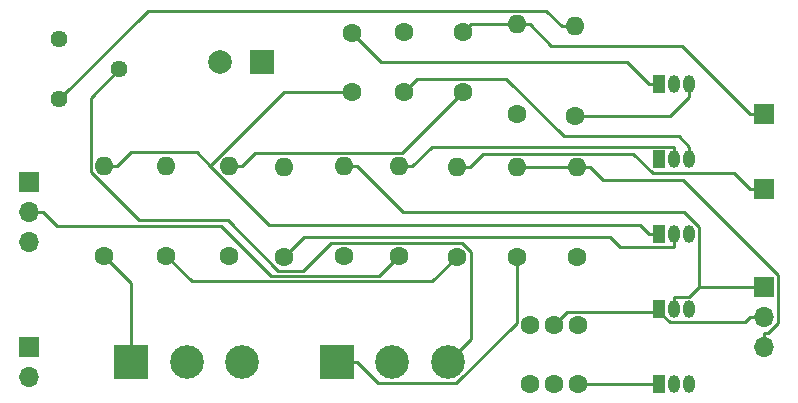
<source format=gbr>
G04 #@! TF.GenerationSoftware,KiCad,Pcbnew,(5.1.5)-3*
G04 #@! TF.CreationDate,2020-01-24T15:12:57-05:00*
G04 #@! TF.ProjectId,timer,74696d65-722e-46b6-9963-61645f706362,v01*
G04 #@! TF.SameCoordinates,Original*
G04 #@! TF.FileFunction,Copper,L1,Top*
G04 #@! TF.FilePolarity,Positive*
%FSLAX46Y46*%
G04 Gerber Fmt 4.6, Leading zero omitted, Abs format (unit mm)*
G04 Created by KiCad (PCBNEW (5.1.5)-3) date 2020-01-24 15:12:57*
%MOMM*%
%LPD*%
G04 APERTURE LIST*
%ADD10C,1.600000*%
%ADD11R,2.000000X2.000000*%
%ADD12C,2.000000*%
%ADD13R,1.700000X1.700000*%
%ADD14O,1.700000X1.700000*%
%ADD15O,1.000000X1.500000*%
%ADD16R,1.000000X1.500000*%
%ADD17O,1.600000X1.600000*%
%ADD18C,1.440000*%
%ADD19C,2.850000*%
%ADD20R,2.850000X2.850000*%
%ADD21C,0.250000*%
G04 APERTURE END LIST*
D10*
X64690000Y-62865000D03*
X59690000Y-62865000D03*
X55245000Y-67945000D03*
X55245000Y-62945000D03*
X59690000Y-67945000D03*
X64690000Y-67945000D03*
D11*
X47625000Y-65405000D03*
D12*
X44125000Y-65405000D03*
D13*
X27940000Y-89535000D03*
D14*
X27940000Y-92075000D03*
D13*
X27940000Y-75565000D03*
D14*
X27940000Y-78105000D03*
X27940000Y-80645000D03*
D13*
X90170000Y-69850000D03*
X90170000Y-76200000D03*
X90170000Y-84455000D03*
D14*
X90170000Y-86995000D03*
X90170000Y-89535000D03*
D15*
X82550000Y-80010000D03*
X83820000Y-80010000D03*
D16*
X81280000Y-80010000D03*
D15*
X82550000Y-67310000D03*
X83820000Y-67310000D03*
D16*
X81280000Y-67310000D03*
D15*
X82550000Y-73660000D03*
X83820000Y-73660000D03*
D16*
X81280000Y-73660000D03*
X81280000Y-92710000D03*
D15*
X83820000Y-92710000D03*
X82550000Y-92710000D03*
D16*
X81280000Y-86360000D03*
D15*
X83820000Y-86360000D03*
X82550000Y-86360000D03*
D17*
X69215000Y-62230000D03*
D10*
X69215000Y-69850000D03*
X49530000Y-81915000D03*
D17*
X49530000Y-74295000D03*
D10*
X34290000Y-81825000D03*
D17*
X34290000Y-74205000D03*
X64135000Y-74295000D03*
D10*
X64135000Y-81915000D03*
D17*
X39540000Y-74205000D03*
D10*
X39540000Y-81825000D03*
X74155000Y-70020000D03*
D17*
X74155000Y-62400000D03*
D10*
X59275000Y-81850000D03*
D17*
X59275000Y-74230000D03*
X69215000Y-74295000D03*
D10*
X69215000Y-81915000D03*
X44860000Y-81825000D03*
D17*
X44860000Y-74205000D03*
D18*
X30480000Y-63500000D03*
X35560000Y-66040000D03*
X30480000Y-68580000D03*
D10*
X54610000Y-81850000D03*
D17*
X54610000Y-74230000D03*
X74295000Y-74295000D03*
D10*
X74295000Y-81915000D03*
D19*
X63375000Y-90805000D03*
X58675000Y-90805000D03*
D20*
X53975000Y-90805000D03*
D10*
X74390000Y-92670000D03*
X74390000Y-87670000D03*
X72390000Y-92670000D03*
X72390000Y-87670000D03*
X70390000Y-92670000D03*
X70390000Y-87670000D03*
D20*
X36575000Y-90805000D03*
D19*
X41275000Y-90805000D03*
X45975000Y-90805000D03*
D21*
X82550000Y-81085300D02*
X78007000Y-81085300D01*
X78007000Y-81085300D02*
X77168300Y-80246600D01*
X77168300Y-80246600D02*
X51198400Y-80246600D01*
X51198400Y-80246600D02*
X49530000Y-81915000D01*
X82550000Y-80010000D02*
X82550000Y-81085300D01*
X69215000Y-62230000D02*
X70340300Y-62230000D01*
X90170000Y-69850000D02*
X88994700Y-69850000D01*
X88994700Y-69850000D02*
X83206500Y-64061800D01*
X83206500Y-64061800D02*
X72172100Y-64061800D01*
X72172100Y-64061800D02*
X70340300Y-62230000D01*
X69215000Y-62230000D02*
X65325000Y-62230000D01*
X65325000Y-62230000D02*
X64690000Y-62865000D01*
X43267000Y-74206300D02*
X42117100Y-73056400D01*
X42117100Y-73056400D02*
X36563900Y-73056400D01*
X36563900Y-73056400D02*
X35415300Y-74205000D01*
X80454700Y-80010000D02*
X79629400Y-79184700D01*
X79629400Y-79184700D02*
X48245400Y-79184700D01*
X48245400Y-79184700D02*
X43267000Y-74206300D01*
X43267000Y-74206300D02*
X49528300Y-67945000D01*
X49528300Y-67945000D02*
X55245000Y-67945000D01*
X81280000Y-80010000D02*
X80454700Y-80010000D01*
X34290000Y-74205000D02*
X35415300Y-74205000D01*
X83820000Y-73660000D02*
X83820000Y-72584700D01*
X59690000Y-67945000D02*
X60817000Y-66818000D01*
X60817000Y-66818000D02*
X68316000Y-66818000D01*
X68316000Y-66818000D02*
X73210000Y-71712000D01*
X73210000Y-71712000D02*
X82947300Y-71712000D01*
X82947300Y-71712000D02*
X83820000Y-72584700D01*
X44860000Y-74205000D02*
X45985300Y-74205000D01*
X64690000Y-67945000D02*
X59555300Y-73079700D01*
X59555300Y-73079700D02*
X47110600Y-73079700D01*
X47110600Y-73079700D02*
X45985300Y-74205000D01*
X55735300Y-74230000D02*
X59626600Y-78121300D01*
X59626600Y-78121300D02*
X83375000Y-78121300D01*
X83375000Y-78121300D02*
X84645400Y-79391700D01*
X84645400Y-79391700D02*
X84645400Y-84455000D01*
X84645400Y-84455000D02*
X83815700Y-85284700D01*
X83815700Y-85284700D02*
X82550000Y-85284700D01*
X84645400Y-84455000D02*
X88994700Y-84455000D01*
X54610000Y-74230000D02*
X55735300Y-74230000D01*
X90170000Y-84455000D02*
X88994700Y-84455000D01*
X82550000Y-86360000D02*
X82550000Y-85284700D01*
X90170000Y-76200000D02*
X88994700Y-76200000D01*
X64135000Y-74295000D02*
X65260300Y-74295000D01*
X65260300Y-74295000D02*
X66390900Y-73164400D01*
X66390900Y-73164400D02*
X79055000Y-73164400D01*
X79055000Y-73164400D02*
X80739800Y-74849200D01*
X80739800Y-74849200D02*
X87643900Y-74849200D01*
X87643900Y-74849200D02*
X88994700Y-76200000D01*
X82550000Y-73660000D02*
X82550000Y-72584700D01*
X59275000Y-74230000D02*
X60400300Y-74230000D01*
X60400300Y-74230000D02*
X62045600Y-72584700D01*
X62045600Y-72584700D02*
X82550000Y-72584700D01*
X53975000Y-90805000D02*
X55725300Y-90805000D01*
X55725300Y-90805000D02*
X57487200Y-92566900D01*
X57487200Y-92566900D02*
X64122300Y-92566900D01*
X64122300Y-92566900D02*
X69215000Y-87474200D01*
X69215000Y-87474200D02*
X69215000Y-81915000D01*
X39540000Y-81825000D02*
X41708400Y-83993400D01*
X41708400Y-83993400D02*
X62056600Y-83993400D01*
X62056600Y-83993400D02*
X64135000Y-81915000D01*
X83820000Y-67310000D02*
X83820000Y-68385300D01*
X74155000Y-70020000D02*
X82185300Y-70020000D01*
X82185300Y-70020000D02*
X83820000Y-68385300D01*
X81280000Y-92710000D02*
X80454700Y-92710000D01*
X74390000Y-92670000D02*
X80414700Y-92670000D01*
X80414700Y-92670000D02*
X80454700Y-92710000D01*
X63375000Y-90805000D02*
X65327800Y-88852200D01*
X65327800Y-88852200D02*
X65327800Y-81461400D01*
X65327800Y-81461400D02*
X64563300Y-80696900D01*
X64563300Y-80696900D02*
X53533600Y-80696900D01*
X53533600Y-80696900D02*
X51137700Y-83092800D01*
X51137700Y-83092800D02*
X49015200Y-83092800D01*
X49015200Y-83092800D02*
X44752300Y-78829900D01*
X44752300Y-78829900D02*
X37275700Y-78829900D01*
X37275700Y-78829900D02*
X33164400Y-74718600D01*
X33164400Y-74718600D02*
X33164400Y-68435600D01*
X33164400Y-68435600D02*
X35560000Y-66040000D01*
X36575000Y-90805000D02*
X36575000Y-84110000D01*
X36575000Y-84110000D02*
X34290000Y-81825000D01*
X90170000Y-86995000D02*
X88994700Y-86995000D01*
X88994700Y-86995000D02*
X88534700Y-87455000D01*
X88534700Y-87455000D02*
X82190400Y-87455000D01*
X82190400Y-87455000D02*
X81280000Y-86544600D01*
X81280000Y-86544600D02*
X73515400Y-86544600D01*
X73515400Y-86544600D02*
X72390000Y-87670000D01*
X81280000Y-86360000D02*
X81280000Y-86544600D01*
X81280000Y-67310000D02*
X80454700Y-67310000D01*
X80454700Y-67310000D02*
X78549700Y-65405000D01*
X78549700Y-65405000D02*
X57705000Y-65405000D01*
X57705000Y-65405000D02*
X55245000Y-62945000D01*
X74295000Y-74295000D02*
X75420300Y-74295000D01*
X75420300Y-74295000D02*
X76545600Y-75420300D01*
X76545600Y-75420300D02*
X83307600Y-75420300D01*
X83307600Y-75420300D02*
X91345300Y-83458000D01*
X91345300Y-83458000D02*
X91345300Y-87551800D01*
X91345300Y-87551800D02*
X90537400Y-88359700D01*
X90537400Y-88359700D02*
X90170000Y-88359700D01*
X90170000Y-89535000D02*
X90170000Y-88359700D01*
X69215000Y-74295000D02*
X74295000Y-74295000D01*
X74155000Y-62400000D02*
X73029700Y-62400000D01*
X73029700Y-62400000D02*
X71716600Y-61086900D01*
X71716600Y-61086900D02*
X37973100Y-61086900D01*
X37973100Y-61086900D02*
X30480000Y-68580000D01*
X29115300Y-78105000D02*
X30290600Y-79280300D01*
X30290600Y-79280300D02*
X44180300Y-79280300D01*
X44180300Y-79280300D02*
X48443100Y-83543100D01*
X48443100Y-83543100D02*
X57581900Y-83543100D01*
X57581900Y-83543100D02*
X59275000Y-81850000D01*
X27940000Y-78105000D02*
X29115300Y-78105000D01*
M02*

</source>
